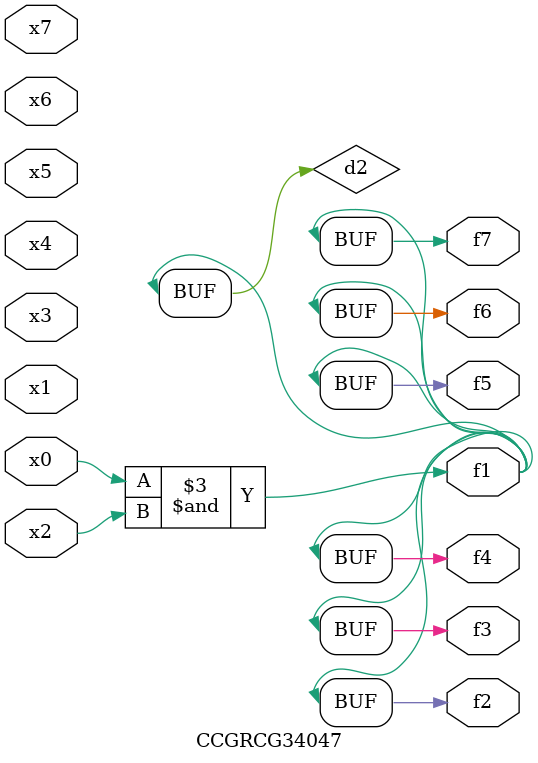
<source format=v>
module CCGRCG34047(
	input x0, x1, x2, x3, x4, x5, x6, x7,
	output f1, f2, f3, f4, f5, f6, f7
);

	wire d1, d2;

	nor (d1, x3, x6);
	and (d2, x0, x2);
	assign f1 = d2;
	assign f2 = d2;
	assign f3 = d2;
	assign f4 = d2;
	assign f5 = d2;
	assign f6 = d2;
	assign f7 = d2;
endmodule

</source>
